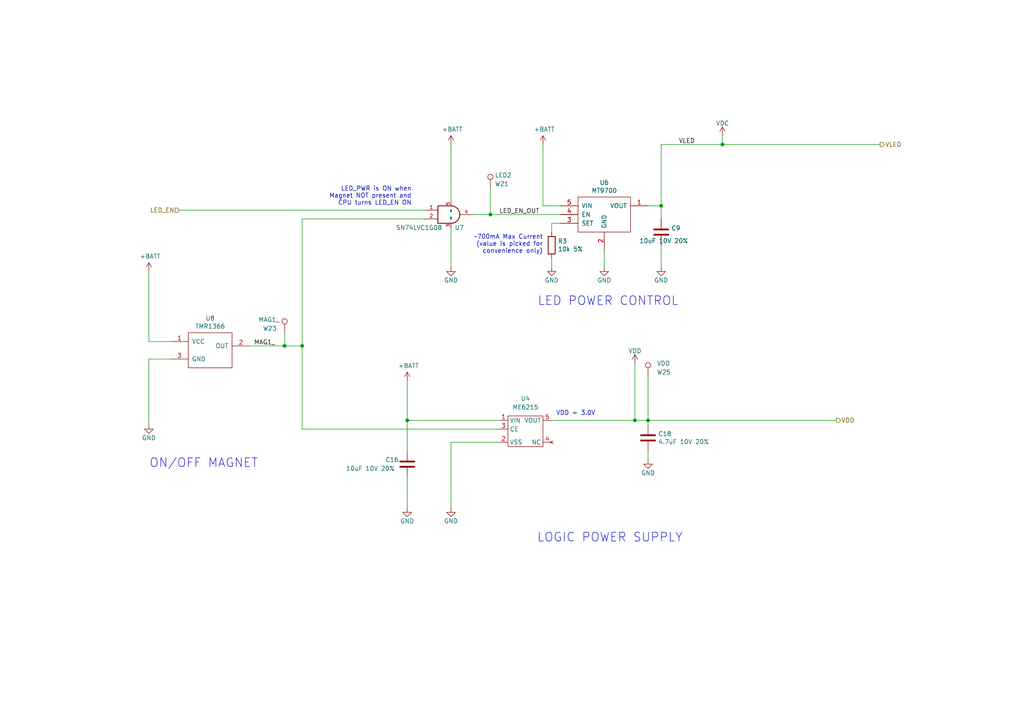
<source format=kicad_sch>
(kicad_sch (version 20211123) (generator eeschema)
  (paper "A4")
  (title_block (title "Pixels D20 Schematic, Power") (date "2020-04-13") (rev "2") (company "Systemic Games, LLC"))
  (lib_symbols
    (symbol "Device:C" (pin_numbers hide) (pin_names (offset 0.254))
      (property "Reference" "C" (at 0.635 2.54 0))
      (property "Value" "C" (at 0.635 -2.54 0))
      (symbol "C_0_1"
        (polyline (pts (xy -2.032 -0.762) (xy 2.032 -0.762)) (stroke (width 0.508)))
        (polyline (pts (xy -2.032 0.762) (xy 2.032 0.762)) (stroke (width 0.508)))
      )
      (symbol "C_1_1"
        (pin passive line (at 0 3.81 270) (length 2.794) (name "~") (number "1"))
        (pin passive line (at 0 -3.81 90) (length 2.794) (name "~") (number "2"))
      )
    )
    (symbol "Device:R" (pin_numbers hide) (pin_names (offset 0))
      (property "Reference" "R" (at 2.032 0 90))
      (property "Value" "R" (at 0 0 90))
      (symbol "R_0_1"
        (rectangle (start -1.016 -2.54) (end 1.016 2.54) (stroke (width 0.254)))
      )
      (symbol "R_1_1"
        (pin passive line (at 0 3.81 270) (length 1.27) (name "~") (number "1"))
        (pin passive line (at 0 -3.81 90) (length 1.27) (name "~") (number "2"))
      )
    )
    (symbol "Pixels-dice:74AHC1G08" (pin_names (offset 1.016))
      (property "Reference" "U" (at -2.54 3.81 0))
      (property "Value" "74AHC1G08" (at 0 -3.81 0))
      (symbol "74AHC1G08_0_1"
        (arc (start 0 -2.54) (mid 2.54 0) (end 0 2.54) (stroke (width 0.254)))
        (polyline (pts (xy 0 -2.54) (xy -3.81 -2.54) (xy -3.81 2.54) (xy 0 2.54)) (stroke (width 0.254)))
      )
      (symbol "74AHC1G08_1_1"
        (pin input line (at -7.62 1.27 0) (length 3.81) (name "~") (number "1"))
        (pin input line (at -7.62 -1.27 0) (length 3.81) (name "~") (number "2"))
        (pin power_in line (at 0 -3.81 90) (length 1.27) (name "GND") (number "3"))
        (pin output line (at 6.35 0 180) (length 3.81) (name "~") (number "4"))
        (pin power_in line (at 0 3.81 270) (length 1.27) (name "VCC") (number "5"))
      )
    )
    (symbol "Pixels-dice:ME6215"
      (property "Reference" "U" (at 3.175 -6.35 0))
      (property "Value" "ME6215" (at 0 5.08 0))
      (symbol "ME6215_0_1"
        (rectangle (start -5.08 3.81) (end 5.08 -5.08))
      )
      (symbol "ME6215_1_1"
        (pin power_in line (at -7.62 2.54 0) (length 2.54) (name "VIN") (number "1"))
        (pin power_in line (at -7.62 -3.81 0) (length 2.54) (name "VSS") (number "2"))
        (pin input line (at -7.62 0 0) (length 2.54) (name "CE") (number "3"))
        (pin no_connect line (at 7.62 -3.81 180) (length 2.54) (name "NC") (number "4"))
        (pin power_out line (at 7.62 2.54 180) (length 2.54) (name "VOUT") (number "5"))
      )
    )
    (symbol "Pixels-dice:MT9700" (pin_names (offset 1.016))
      (property "Reference" "U" (at 6.35 -6.35 0))
      (property "Value" "MT9700" (at 0 6.35 0))
      (symbol "MT9700_0_1"
        (rectangle (start -7.62 5.08) (end 7.62 -5.08))
      )
      (symbol "MT9700_1_1"
        (pin power_out line (at 12.7 2.54 180) (length 5.08) (name "VOUT") (number "1"))
        (pin power_in line (at 0 -10.16 90) (length 5.08) (name "GND") (number "2"))
        (pin input line (at -12.7 -2.54 0) (length 5.08) (name "SET") (number "3"))
        (pin input line (at -12.7 0 0) (length 5.08) (name "EN") (number "4"))
        (pin power_in line (at -12.7 2.54 0) (length 5.08) (name "VIN") (number "5"))
      )
    )
    (symbol "Pixels-dice:TEST_1P-conn" (pin_numbers hide) (pin_names (offset 0.762) hide)
      (property "Reference" "W" (at 0 6.858 0))
      (property "Value" "TEST_1P-conn" (at 0 5.08 0))
      (symbol "TEST_1P-conn_0_1"
        (circle (center 0 3.302) (radius 0.762))
      )
      (symbol "TEST_1P-conn_1_1"
        (pin passive line (at 0 0 90) (length 2.54) (name "1") (number "1"))
      )
    )
    (symbol "Pixels-dice:TMR1366" (pin_names (offset 1.016))
      (property "Reference" "U" (at 3.81 -6.35 0))
      (property "Value" "TMR1366" (at 0 6.35 0))
      (symbol "TMR1366_1_1"
        (rectangle (start -6.35 5.08) (end 6.35 -5.08))
        (pin power_in line (at -11.43 2.54 0) (length 5.08) (name "VCC") (number "1"))
        (pin output line (at 11.43 1.27 180) (length 5.08) (name "OUT") (number "2"))
        (pin power_in line (at -11.43 -2.54 0) (length 5.08) (name "GND") (number "3"))
      )
    )
    (symbol "power:+BATT" (power) (pin_names (offset 0))
      (property "Value" "+BATT" (at 0 3.556 0))
      (symbol "+BATT_0_1"
        (polyline (pts (xy -0.762 1.27) (xy 0 2.54)))
        (polyline (pts (xy 0 0) (xy 0 2.54)))
        (polyline (pts (xy 0 2.54) (xy 0.762 1.27)))
      )
      (symbol "+BATT_1_1"
        (pin power_in line (at 0 0 90) (length 0) hide (name "+BATT") (number "1"))
      )
    )
    (symbol "power:GND" (power) (pin_names (offset 0))
      (property "Value" "GND" (at 0 -3.81 0))
      (symbol "GND_0_1"
        (polyline (pts (xy 0 0) (xy 0 -1.27) (xy 1.27 -1.27) (xy 0 -2.54) (xy -1.27 -1.27) (xy 0 -1.27)))
      )
      (symbol "GND_1_1"
        (pin power_in line (at 0 0 270) (length 0) hide (name "GND") (number "1"))
      )
    )
    (symbol "power:VDC" (power) (pin_names (offset 0))
      (property "Value" "VDC" (at 0 6.35 0))
      (symbol "VDC_0_1"
        (polyline (pts (xy -0.762 1.27) (xy 0 2.54)))
        (polyline (pts (xy 0 0) (xy 0 2.54)))
        (polyline (pts (xy 0 2.54) (xy 0.762 1.27)))
      )
      (symbol "VDC_1_1"
        (pin power_in line (at 0 0 90) (length 0) hide (name "VDC") (number "1"))
      )
    )
    (symbol "power:VDD" (power) (pin_names (offset 0))
      (property "Value" "VDD" (at 0 3.81 0))
      (symbol "VDD_0_1"
        (polyline (pts (xy -0.762 1.27) (xy 0 2.54)))
        (polyline (pts (xy 0 0) (xy 0 2.54)))
        (polyline (pts (xy 0 2.54) (xy 0.762 1.27)))
      )
      (symbol "VDD_1_1"
        (pin power_in line (at 0 0 90) (length 0) hide (name "VDD") (number "1"))
      )
    )
  )
  (junction (at 142.24 62.23))
  (junction (at 209.55 41.91))
  (junction (at 87.63 100.33))
  (junction (at 82.55 100.33))
  (junction (at 191.77 59.69))
  (junction (at 187.96 121.92))
  (junction (at 184.15 121.92))
  (junction (at 118.11 121.92))
  (wire (pts (xy 118.11 138.43) (xy 118.11 147.32)))
  (wire (pts (xy 187.96 121.92) (xy 187.96 123.19)))
  (wire (pts (xy 184.15 105.41) (xy 184.15 121.92)))
  (wire (pts (xy 87.63 100.33) (xy 82.55 100.33)))
  (wire (pts (xy 43.18 78.74) (xy 43.18 99.06)))
  (wire (pts (xy 49.53 104.14) (xy 43.18 104.14)))
  (wire (pts (xy 255.27 41.91) (xy 209.55 41.91)))
  (wire (pts (xy 175.26 72.39) (xy 175.26 77.47)))
  (wire (pts (xy 187.96 109.22) (xy 187.96 121.92)))
  (wire (pts (xy 52.07 60.96) (xy 123.19 60.96)))
  (wire (pts (xy 43.18 104.14) (xy 43.18 123.19)))
  (wire (pts (xy 187.96 121.92) (xy 242.57 121.92)))
  (wire (pts (xy 191.77 63.5) (xy 191.77 59.69)))
  (wire (pts (xy 209.55 41.91) (xy 191.77 41.91)))
  (wire (pts (xy 162.56 59.69) (xy 157.48 59.69)))
  (wire (pts (xy 87.63 63.5) (xy 87.63 100.33)))
  (wire (pts (xy 130.81 66.04) (xy 130.81 77.47)))
  (wire (pts (xy 43.18 99.06) (xy 49.53 99.06)))
  (wire (pts (xy 130.81 41.91) (xy 130.81 58.42)))
  (wire (pts (xy 142.24 62.23) (xy 162.56 62.23)))
  (wire (pts (xy 209.55 39.37) (xy 209.55 41.91)))
  (wire (pts (xy 162.56 64.77) (xy 160.02 64.77)))
  (wire (pts (xy 160.02 74.93) (xy 160.02 77.47)))
  (wire (pts (xy 137.16 62.23) (xy 142.24 62.23)))
  (wire (pts (xy 87.63 124.46) (xy 144.78 124.46)))
  (wire (pts (xy 118.11 110.49) (xy 118.11 121.92)))
  (wire (pts (xy 118.11 121.92) (xy 144.78 121.92)))
  (wire (pts (xy 82.55 100.33) (xy 72.39 100.33)))
  (wire (pts (xy 187.96 130.81) (xy 187.96 133.35)))
  (wire (pts (xy 160.02 64.77) (xy 160.02 67.31)))
  (wire (pts (xy 144.78 128.27) (xy 130.81 128.27)))
  (wire (pts (xy 184.15 121.92) (xy 187.96 121.92)))
  (wire (pts (xy 187.96 59.69) (xy 191.77 59.69)))
  (wire (pts (xy 87.63 100.33) (xy 87.63 124.46)))
  (wire (pts (xy 157.48 41.91) (xy 157.48 59.69)))
  (wire (pts (xy 142.24 54.61) (xy 142.24 62.23)))
  (wire (pts (xy 191.77 41.91) (xy 191.77 59.69)))
  (wire (pts (xy 82.55 96.52) (xy 82.55 100.33)))
  (wire (pts (xy 87.63 63.5) (xy 123.19 63.5)))
  (wire (pts (xy 118.11 130.81) (xy 118.11 121.92)))
  (wire (pts (xy 191.77 71.12) (xy 191.77 77.47)))
  (wire (pts (xy 160.02 121.92) (xy 184.15 121.92)))
  (wire (pts (xy 130.81 128.27) (xy 130.81 147.32)))
  (text "LOGIC POWER SUPPLY" (at 198.12 157.48 180) (effects (font (size 2.54 2.54)) (justify right bottom)))
  (text "ON/OFF MAGNET" (at 74.93 135.89 180) (effects (font (size 2.54 2.54)) (justify right bottom)))
  (text "LED_PWR is ON when\nMagnet NOT present and\nCPU turns LED_EN ON" (at 119.38 59.69 0) (effects (font (size 1.27 1.27)) (justify right bottom)))
  (text "LED POWER CONTROL" (at 196.85 88.9 180) (effects (font (size 2.54 2.54)) (justify right bottom)))
  (text "~700mA Max Current\n(value is picked for\nconvenience only)" (at 157.48 73.66 0) (effects (font (size 1.27 1.27)) (justify right bottom)))
  (text "VDD = 3.0V" (at 172.72 120.65 180) (effects (font (size 1.27 1.27)) (justify right bottom)))
  (label "MAG1_" (at 73.66 100.33 0))
  (label "VLED" (at 196.85 41.91 0))
  (label "LED_EN_OUT" (at 144.78 62.23 0))
  (hierarchical_label "LED_EN" (shape input) (at 52.07 60.96 180))
  (hierarchical_label "VDD" (shape output) (at 242.57 121.92 0))
  (hierarchical_label "VLED" (shape output) (at 255.27 41.91 0))
  (symbol (lib_id "Pixels-dice:TEST_1P-conn") (at 142.24 54.61 0) (unit 1)
    (property "Reference" "W21" (at 143.51 53.34 0) (effects (justify left)))
    (property "Value" "LED2" (at 143.51 50.8 0) (effects (justify left)))
    (property "Footprint" "Pixels-dice:TEST_PIN" (effects hide))
    (property "Generic OK" "N/A" (effects hide))
  )
  (symbol (lib_id "power:+BATT") (at 157.48 41.91 0) (unit 1)
    (property "Reference" "#PWR033" (effects hide))
    (property "Value" "+BATT" (at 157.861 37.5158 0))
  )
  (symbol (lib_id "power:GND") (at 175.26 77.47 0) (unit 1)
    (property "Reference" "#PWR038" (effects hide))
    (property "Value" "GND" (at 175.26 81.28 0))
  )
  (symbol (lib_id "power:GND") (at 43.18 123.19 0) (unit 1)
    (property "Reference" "#PWR039" (effects hide))
    (property "Value" "GND" (at 43.18 127 0))
  )
  (symbol (lib_id "power:+BATT") (at 43.18 78.74 0) (unit 1)
    (property "Reference" "#PWR036" (effects hide))
    (property "Value" "+BATT" (at 43.561 74.3458 0))
  )
  (symbol (lib_id "Pixels-dice:TEST_1P-conn") (at 82.55 96.52 0) (unit 1)
    (property "Reference" "W23" (at 76.2 95.25 0) (effects (justify left)))
    (property "Value" "MAG1_" (at 74.93 92.71 0) (effects (justify left)))
    (property "Footprint" "Pixels-dice:TEST_PIN" (effects hide))
    (property "Generic OK" "N/A" (effects hide))
  )
  (symbol (lib_id "Pixels-dice:74AHC1G08") (at 130.81 62.23 0) (unit 1)
    (property "Reference" "U7" (at 134.62 66.04 0) (effects (justify right)))
    (property "Value" "SN74LVC1G08" (at 128.27 66.04 0) (effects (justify right)))
    (property "Footprint" "Pixels-dice:SOT-353_SC-70-5" (effects hide))
    (property "Datasheet" "http://www.ti.com/lit/sg/scyt129e/scyt129e.pdf" (effects hide))
    (property "Generic OK" "YES" (effects hide))
    (property "Manufacturer" "UMW(Youtai Semiconductor Co., Ltd.)" (effects hide))
    (property "Manufacturer Part Number" "SN74LVC1G08DCKR" (effects hide))
    (property "Pixels Part Number" "SMD-U007" (effects hide))
  )
  (symbol (lib_id "power:+BATT") (at 130.81 41.91 0) (unit 1)
    (property "Reference" "#PWR020" (effects hide))
    (property "Value" "+BATT" (at 131.191 37.5158 0))
  )
  (symbol (lib_id "power:GND") (at 130.81 77.47 0) (unit 1)
    (property "Reference" "#PWR034" (effects hide))
    (property "Value" "GND" (at 130.81 81.28 0))
  )
  (symbol (lib_id "Pixels-dice:TMR1366") (at 60.96 101.6 0) (unit 1)
    (property "Reference" "U8" (at 60.96 92.329 0))
    (property "Value" "TMR1366" (at 60.96 94.6404 0))
    (property "Footprint" "Package_TO_SOT_SMD:SOT-23" (effects hide))
    (property "Generic OK" "NO" (effects hide))
    (property "Manufacturer" "Multi Dimension" (effects hide))
    (property "Manufacturer Part Number" "TMR1366S" (effects hide))
    (property "Pixels Part Number" "SMD-U008-ALT8" (effects hide))
  )
  (symbol (lib_id "Device:C") (at 191.77 67.31 0) (unit 1)
    (property "Reference" "C9" (at 194.691 66.1416 0) (effects (justify left)))
    (property "Value" "10uF 10V 20%" (at 185.42 69.85 0) (effects (justify left)))
    (property "Footprint" "Pixels-dice:C_0402_1005Metric" (effects hide))
    (property "Generic OK" "YES" (effects hide))
    (property "Pixels Part Number" "SMD-C002" (effects hide))
    (property "Manufacturer" "Murata" (effects hide))
    (property "Manufacturer Part Number" "GRM155R61A106ME44D " (effects hide))
  )
  (symbol (lib_id "power:GND") (at 191.77 77.47 0) (unit 1)
    (property "Reference" "#PWR0142" (effects hide))
    (property "Value" "GND" (at 191.77 81.28 0))
  )
  (symbol (lib_id "Pixels-dice:MT9700") (at 175.26 62.23 0) (unit 1)
    (property "Reference" "U6" (at 175.26 52.959 0))
    (property "Value" "MT9700" (at 175.26 55.2704 0))
    (property "Footprint" "Pixels-dice:SOT-23-5" (effects hide))
    (property "Manufacturer" "XI'AN Aerosemi Tech" (effects hide))
    (property "Manufacturer Part Number" "MT9700" (effects hide))
    (property "Pixels Part Number" "SMD-U006-ALT2" (effects hide))
    (property "Generic OK" "NO" (effects hide))
  )
  (symbol (lib_id "Device:R") (at 160.02 71.12 0) (unit 1)
    (property "Reference" "R3" (at 161.798 69.9516 0) (effects (justify left)))
    (property "Value" "10k 5%" (at 161.798 72.263 0) (effects (justify left)))
    (property "Footprint" "Pixels-dice:R_0402_1005Metric" (effects hide))
    (property "Generic OK" "YES" (effects hide))
    (property "Manufacturer" "UNI-ROYAL(Uniroyal Elec)" (effects hide))
    (property "Manufacturer Part Number" "0402WGJ0103TCE" (effects hide))
    (property "Pixels Part Number" "SMD-R002" (effects hide))
  )
  (symbol (lib_id "power:GND") (at 160.02 77.47 0) (unit 1)
    (property "Reference" "#PWR0101" (effects hide))
    (property "Value" "GND" (at 160.02 81.28 0))
  )
  (symbol (lib_id "Device:C") (at 187.96 127 0) (unit 1)
    (property "Reference" "C18" (at 190.881 125.8316 0) (effects (justify left)))
    (property "Value" "4.7uF 10V 20%" (at 190.881 128.143 0) (effects (justify left)))
    (property "Footprint" "Pixels-dice:C_0402_1005Metric" (effects hide))
    (property "Generic OK" "YES" (effects hide))
    (property "Pixels Part Number" "SMD-C002" (effects hide))
    (property "Manufacturer" "Murata" (effects hide))
    (property "Manufacturer Part Number" "GRM155R61A475MEAAJ" (effects hide))
  )
  (symbol (lib_id "power:VDC") (at 209.55 39.37 0) (unit 1)
    (property "Reference" "#PWR026" (effects hide))
    (property "Value" "VDC" (at 209.55 35.7655 0))
  )
  (symbol (lib_id "Pixels-dice:TEST_1P-conn") (at 187.96 109.22 0) (unit 1)
    (property "Reference" "W25" (at 190.5 107.95 0) (effects (justify left)))
    (property "Value" "VDD" (at 190.5 105.41 0) (effects (justify left)))
    (property "Footprint" "Pixels-dice:TEST_PIN" (effects hide))
    (property "Generic OK" "N/A" (effects hide))
  )
  (symbol (lib_id "power:+BATT") (at 118.11 110.49 0) (unit 1)
    (property "Reference" "#PWR?" (effects hide))
    (property "Value" "+BATT" (at 118.491 106.0958 0))
  )
  (symbol (lib_id "Pixels-dice:ME6215") (at 152.4 124.46 0) (unit 1)
    (property "Reference" "U4" (at 152.4 115.57 0))
    (property "Value" "ME6215" (at 152.4 118.11 0))
    (property "Footprint" "Pixels-dice:SOT-23-5" (effects hide))
    (property "Generic OK" "NO" (effects hide))
    (property "Manufacturer" "MICRONE(Nanjing Micro One Elec)" (effects hide))
    (property "Manufacturer Part Number" "ME6215C30M5G" (effects hide))
  )
  (symbol (lib_id "power:VDD") (at 184.15 105.41 0) (unit 1)
    (property "Reference" "#PWR?" (effects hide))
    (property "Value" "VDD" (at 184.15 101.8055 0))
  )
  (symbol (lib_id "power:GND") (at 187.96 133.35 0) (unit 1)
    (property "Reference" "#PWR?" (effects hide))
    (property "Value" "GND" (at 187.96 137.16 0))
  )
  (symbol (lib_id "power:GND") (at 118.11 147.32 0) (unit 1)
    (property "Reference" "#PWR?" (effects hide))
    (property "Value" "GND" (at 118.11 151.13 0))
  )
  (symbol (lib_id "Device:C") (at 118.11 134.62 0) (unit 1)
    (property "Reference" "C16" (at 111.76 133.35 0) (effects (justify left)))
    (property "Value" "10uF 10V 20%" (at 100.33 135.89 0) (effects (justify left)))
    (property "Footprint" "Pixels-dice:C_0402_1005Metric" (effects hide))
    (property "Generic OK" "YES" (effects hide))
    (property "Pixels Part Number" "SMD-C002" (effects hide))
    (property "Manufacturer" "Murata" (effects hide))
    (property "Manufacturer Part Number" "GRM155R61A106ME44D " (effects hide))
  )
  (symbol (lib_id "power:GND") (at 130.81 147.32 0) (unit 1)
    (property "Reference" "#PWR?" (effects hide))
    (property "Value" "GND" (at 130.81 151.13 0))
  )
)
</source>
